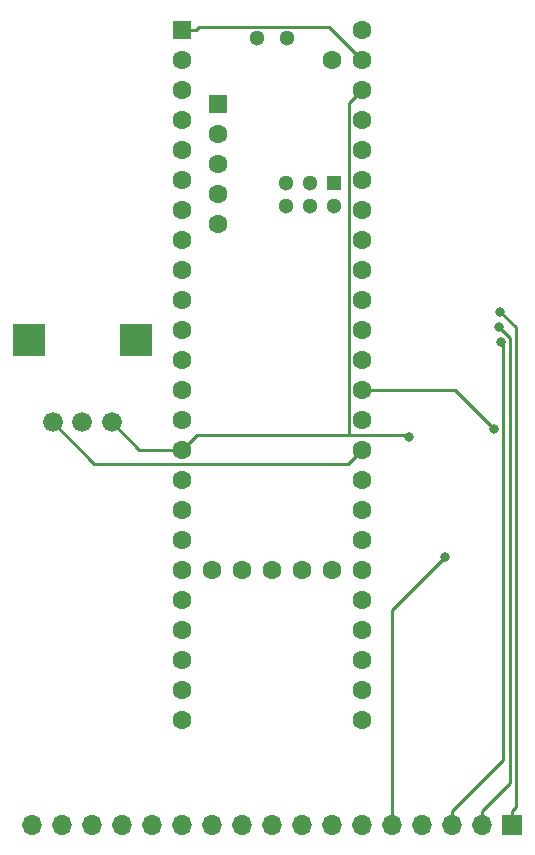
<source format=gbr>
%TF.GenerationSoftware,KiCad,Pcbnew,7.0.2-0*%
%TF.CreationDate,2023-11-12T18:20:12-05:00*%
%TF.ProjectId,Mux Module CD74HCT4067M,4d757820-4d6f-4647-956c-652043443734,rev?*%
%TF.SameCoordinates,Original*%
%TF.FileFunction,Copper,L2,Bot*%
%TF.FilePolarity,Positive*%
%FSLAX46Y46*%
G04 Gerber Fmt 4.6, Leading zero omitted, Abs format (unit mm)*
G04 Created by KiCad (PCBNEW 7.0.2-0) date 2023-11-12 18:20:12*
%MOMM*%
%LPD*%
G01*
G04 APERTURE LIST*
%TA.AperFunction,ComponentPad*%
%ADD10C,1.600000*%
%TD*%
%TA.AperFunction,ComponentPad*%
%ADD11R,1.600000X1.600000*%
%TD*%
%TA.AperFunction,ComponentPad*%
%ADD12R,1.300000X1.300000*%
%TD*%
%TA.AperFunction,ComponentPad*%
%ADD13C,1.300000*%
%TD*%
%TA.AperFunction,ComponentPad*%
%ADD14C,1.676400*%
%TD*%
%TA.AperFunction,ComponentPad*%
%ADD15R,2.800000X2.800000*%
%TD*%
%TA.AperFunction,ComponentPad*%
%ADD16R,1.700000X1.700000*%
%TD*%
%TA.AperFunction,ComponentPad*%
%ADD17O,1.700000X1.700000*%
%TD*%
%TA.AperFunction,ViaPad*%
%ADD18C,0.800000*%
%TD*%
%TA.AperFunction,Conductor*%
%ADD19C,0.250000*%
%TD*%
G04 APERTURE END LIST*
D10*
%TO.P,U1,49,VUSB*%
%TO.N,unconnected-(U1-VUSB-Pad49)*%
X154940000Y-29210000D03*
%TO.P,U1,59,GND*%
%TO.N,unconnected-(U1-GND-Pad59)*%
X145290800Y-43129200D03*
%TO.P,U1,58,GND*%
%TO.N,unconnected-(U1-GND-Pad58)*%
X145290800Y-40589200D03*
%TO.P,U1,57,D+*%
%TO.N,unconnected-(U1-D+-Pad57)*%
X145290800Y-38049200D03*
%TO.P,U1,56,D-*%
%TO.N,unconnected-(U1-D--Pad56)*%
X145290800Y-35509200D03*
D11*
%TO.P,U1,55,5V*%
%TO.N,unconnected-(U1-5V-Pad55)*%
X145290800Y-32969200D03*
D10*
%TO.P,U1,48,VIN*%
%TO.N,unconnected-(U1-VIN-Pad48)*%
X157480000Y-26670000D03*
%TO.P,U1,47,GND*%
%TO.N,GND*%
X157480000Y-29210000D03*
%TO.P,U1,46,3V3*%
%TO.N,+3.3V*%
X157480000Y-31750000D03*
%TO.P,U1,45,23_A9_CRX1_MCLK1*%
%TO.N,unconnected-(U1-23_A9_CRX1_MCLK1-Pad45)*%
X157480000Y-34290000D03*
%TO.P,U1,44,22_A8_CTX1*%
%TO.N,unconnected-(U1-22_A8_CTX1-Pad44)*%
X157480000Y-36830000D03*
%TO.P,U1,43,21_A7_RX5_BCLK1*%
%TO.N,unconnected-(U1-21_A7_RX5_BCLK1-Pad43)*%
X157480000Y-39370000D03*
%TO.P,U1,42,20_A6_TX5_LRCLK1*%
%TO.N,unconnected-(U1-20_A6_TX5_LRCLK1-Pad42)*%
X157480000Y-41910000D03*
%TO.P,U1,41,19_A5_SCL*%
%TO.N,unconnected-(U1-19_A5_SCL-Pad41)*%
X157480000Y-44450000D03*
%TO.P,U1,40,18_A4_SDA*%
%TO.N,unconnected-(U1-18_A4_SDA-Pad40)*%
X157480000Y-46990000D03*
%TO.P,U1,39,17_A3_TX4_SDA1*%
%TO.N,unconnected-(U1-17_A3_TX4_SDA1-Pad39)*%
X157480000Y-49530000D03*
%TO.P,U1,38,16_A2_RX4_SCL1*%
%TO.N,unconnected-(U1-16_A2_RX4_SCL1-Pad38)*%
X157480000Y-52070000D03*
%TO.P,U1,37,15_A1_RX3_SPDIF_IN*%
%TO.N,unconnected-(U1-15_A1_RX3_SPDIF_IN-Pad37)*%
X157480000Y-54610000D03*
%TO.P,U1,36,14_A0_TX3_SPDIF_OUT*%
%TO.N,Common I{slash}O*%
X157480000Y-57150000D03*
%TO.P,U1,35,13_SCK_LED*%
%TO.N,unconnected-(U1-13_SCK_LED-Pad35)*%
X157480000Y-59690000D03*
D11*
%TO.P,U1,1,GND*%
%TO.N,GND*%
X142240000Y-26670000D03*
D10*
%TO.P,U1,2,0_RX1_CRX2_CS1*%
%TO.N,S0*%
X142240000Y-29210000D03*
%TO.P,U1,3,1_TX1_CTX2_MISO1*%
%TO.N,S1*%
X142240000Y-31750000D03*
%TO.P,U1,4,2_OUT2*%
%TO.N,S2*%
X142240000Y-34290000D03*
%TO.P,U1,5,3_LRCLK2*%
%TO.N,S3*%
X142240000Y-36830000D03*
%TO.P,U1,6,4_BCLK2*%
%TO.N,unconnected-(U1-4_BCLK2-Pad6)*%
X142240000Y-39370000D03*
%TO.P,U1,7,5_IN2*%
%TO.N,unconnected-(U1-5_IN2-Pad7)*%
X142240000Y-41910000D03*
%TO.P,U1,8,6_OUT1D*%
%TO.N,unconnected-(U1-6_OUT1D-Pad8)*%
X142240000Y-44450000D03*
%TO.P,U1,9,7_RX2_OUT1A*%
%TO.N,unconnected-(U1-7_RX2_OUT1A-Pad9)*%
X142240000Y-46990000D03*
%TO.P,U1,10,8_TX2_IN1*%
%TO.N,unconnected-(U1-8_TX2_IN1-Pad10)*%
X142240000Y-49530000D03*
%TO.P,U1,11,9_OUT1C*%
%TO.N,unconnected-(U1-9_OUT1C-Pad11)*%
X142240000Y-52070000D03*
%TO.P,U1,12,10_CS_MQSR*%
%TO.N,unconnected-(U1-10_CS_MQSR-Pad12)*%
X142240000Y-54610000D03*
%TO.P,U1,13,11_MOSI_CTX1*%
%TO.N,unconnected-(U1-11_MOSI_CTX1-Pad13)*%
X142240000Y-57150000D03*
%TO.P,U1,34,GND*%
%TO.N,GND*%
X157480000Y-62230000D03*
%TO.P,U1,33,41_A17*%
%TO.N,unconnected-(U1-41_A17-Pad33)*%
X157480000Y-64770000D03*
%TO.P,U1,32,40_A16*%
%TO.N,unconnected-(U1-40_A16-Pad32)*%
X157480000Y-67310000D03*
%TO.P,U1,31,39_MISO1_OUT1A*%
%TO.N,unconnected-(U1-39_MISO1_OUT1A-Pad31)*%
X157480000Y-69850000D03*
%TO.P,U1,30,38_CS1_IN1*%
%TO.N,unconnected-(U1-38_CS1_IN1-Pad30)*%
X157480000Y-72390000D03*
%TO.P,U1,29,37_CS*%
%TO.N,unconnected-(U1-37_CS-Pad29)*%
X157480000Y-74930000D03*
%TO.P,U1,28,36_CS*%
%TO.N,unconnected-(U1-36_CS-Pad28)*%
X157480000Y-77470000D03*
%TO.P,U1,27,35_TX8*%
%TO.N,unconnected-(U1-35_TX8-Pad27)*%
X157480000Y-80010000D03*
%TO.P,U1,26,34_RX8*%
%TO.N,unconnected-(U1-34_RX8-Pad26)*%
X157480000Y-82550000D03*
%TO.P,U1,25,33_MCLK2*%
%TO.N,unconnected-(U1-33_MCLK2-Pad25)*%
X157480000Y-85090000D03*
%TO.P,U1,24,32_OUT1B*%
%TO.N,unconnected-(U1-32_OUT1B-Pad24)*%
X142240000Y-85090000D03*
%TO.P,U1,23,31_CTX3*%
%TO.N,unconnected-(U1-31_CTX3-Pad23)*%
X142240000Y-82550000D03*
%TO.P,U1,22,30_CRX3*%
%TO.N,unconnected-(U1-30_CRX3-Pad22)*%
X142240000Y-80010000D03*
%TO.P,U1,21,29_TX7*%
%TO.N,unconnected-(U1-29_TX7-Pad21)*%
X142240000Y-77470000D03*
%TO.P,U1,14,12_MISO_MQSL*%
%TO.N,unconnected-(U1-12_MISO_MQSL-Pad14)*%
X142240000Y-59690000D03*
%TO.P,U1,15,3V3*%
%TO.N,+3.3V*%
X142240000Y-62230000D03*
%TO.P,U1,16,24_A10_TX6_SCL2*%
%TO.N,unconnected-(U1-24_A10_TX6_SCL2-Pad16)*%
X142240000Y-64770000D03*
%TO.P,U1,20,28_RX7*%
%TO.N,unconnected-(U1-28_RX7-Pad20)*%
X142240000Y-74930000D03*
%TO.P,U1,19,27_A13_SCK1*%
%TO.N,unconnected-(U1-27_A13_SCK1-Pad19)*%
X142240000Y-72390000D03*
%TO.P,U1,18,26_A12_MOSI1*%
%TO.N,unconnected-(U1-26_A12_MOSI1-Pad18)*%
X142240000Y-69850000D03*
%TO.P,U1,17,25_A11_RX6_SDA2*%
%TO.N,unconnected-(U1-25_A11_RX6_SDA2-Pad17)*%
X142240000Y-67310000D03*
D12*
%TO.P,U1,60,R+*%
%TO.N,unconnected-(U1-R+-Pad60)*%
X155041600Y-39640000D03*
D13*
%TO.P,U1,65,R-*%
%TO.N,unconnected-(U1-R--Pad65)*%
X155041600Y-41640000D03*
%TO.P,U1,61,LED*%
%TO.N,unconnected-(U1-LED-Pad61)*%
X153041600Y-39640000D03*
%TO.P,U1,64,GND*%
%TO.N,unconnected-(U1-GND-Pad64)*%
X153041600Y-41640000D03*
%TO.P,U1,63,T+*%
%TO.N,unconnected-(U1-T+-Pad63)*%
X151041600Y-41640000D03*
%TO.P,U1,62,T-*%
%TO.N,unconnected-(U1-T--Pad62)*%
X151041600Y-39640000D03*
D10*
%TO.P,U1,50,VBAT*%
%TO.N,unconnected-(U1-VBAT-Pad50)*%
X144780000Y-72390000D03*
%TO.P,U1,51,3V3*%
%TO.N,unconnected-(U1-3V3-Pad51)*%
X147320000Y-72390000D03*
%TO.P,U1,52,GND*%
%TO.N,unconnected-(U1-GND-Pad52)*%
X149860000Y-72390000D03*
%TO.P,U1,53,PROGRAM*%
%TO.N,unconnected-(U1-PROGRAM-Pad53)*%
X152400000Y-72390000D03*
%TO.P,U1,54,ON_OFF*%
%TO.N,unconnected-(U1-ON_OFF-Pad54)*%
X154940000Y-72390000D03*
D13*
%TO.P,U1,67,D+*%
%TO.N,unconnected-(U1-D+-Pad67)*%
X148590000Y-27400000D03*
%TO.P,U1,66,D-*%
%TO.N,unconnected-(U1-D--Pad66)*%
X151130000Y-27400000D03*
%TD*%
D14*
%TO.P,R1,1,A*%
%TO.N,GND*%
X131277400Y-59932400D03*
%TO.P,R1,2,S*%
%TO.N,Net-(J2-Pin_17)*%
X133777400Y-59932400D03*
%TO.P,R1,3,E*%
%TO.N,+3.3V*%
X136277400Y-59932400D03*
D15*
%TO.P,R1,M1*%
%TO.N,N/C*%
X138277400Y-52932400D03*
%TO.P,R1,M2*%
X129277400Y-52932400D03*
%TD*%
D16*
%TO.P,J2,1,Pin_1*%
%TO.N,i0*%
X170180000Y-93980000D03*
D17*
%TO.P,J2,2,Pin_2*%
%TO.N,i1*%
X167640000Y-93980000D03*
%TO.P,J2,3,Pin_3*%
%TO.N,i2*%
X165100000Y-93980000D03*
%TO.P,J2,4,Pin_4*%
%TO.N,i3*%
X162560000Y-93980000D03*
%TO.P,J2,5,Pin_5*%
%TO.N,i4*%
X160020000Y-93980000D03*
%TO.P,J2,6,Pin_6*%
%TO.N,i5*%
X157480000Y-93980000D03*
%TO.P,J2,7,Pin_7*%
%TO.N,i6*%
X154940000Y-93980000D03*
%TO.P,J2,8,Pin_8*%
%TO.N,i7*%
X152400000Y-93980000D03*
%TO.P,J2,9,Pin_9*%
%TO.N,i8*%
X149860000Y-93980000D03*
%TO.P,J2,10,Pin_10*%
%TO.N,i9*%
X147320000Y-93980000D03*
%TO.P,J2,11,Pin_11*%
%TO.N,i10*%
X144780000Y-93980000D03*
%TO.P,J2,12,Pin_12*%
%TO.N,i11*%
X142240000Y-93980000D03*
%TO.P,J2,13,Pin_13*%
%TO.N,i12*%
X139700000Y-93980000D03*
%TO.P,J2,14,Pin_14*%
%TO.N,i13*%
X137160000Y-93980000D03*
%TO.P,J2,15,Pin_15*%
%TO.N,i14*%
X134620000Y-93980000D03*
%TO.P,J2,16,Pin_16*%
%TO.N,i15*%
X132080000Y-93980000D03*
%TO.P,J2,17,Pin_17*%
%TO.N,Net-(J2-Pin_17)*%
X129540000Y-93980000D03*
%TD*%
D18*
%TO.N,Common I{slash}O*%
X168622700Y-60472700D03*
%TO.N,+3.3V*%
X161430600Y-61163800D03*
%TO.N,i4*%
X164453100Y-71351900D03*
%TO.N,i2*%
X169220900Y-53131400D03*
%TO.N,i1*%
X169056700Y-51887700D03*
%TO.N,i0*%
X169159500Y-50582600D03*
%TD*%
D19*
%TO.N,Common I{slash}O*%
X165300000Y-57150000D02*
X168622700Y-60472700D01*
X157480000Y-57150000D02*
X165300000Y-57150000D01*
%TO.N,+3.3V*%
X156330500Y-32899500D02*
X157480000Y-31750000D01*
X156330500Y-60960000D02*
X156330500Y-32899500D01*
X143510000Y-60960000D02*
X156330500Y-60960000D01*
X142240000Y-62230000D02*
X143510000Y-60960000D01*
X161226800Y-60960000D02*
X161430600Y-61163800D01*
X156330500Y-60960000D02*
X161226800Y-60960000D01*
X138575000Y-62230000D02*
X142240000Y-62230000D01*
X136277400Y-59932400D02*
X138575000Y-62230000D01*
%TO.N,GND*%
X154694900Y-26424900D02*
X157480000Y-29210000D01*
X143610200Y-26424900D02*
X154694900Y-26424900D01*
X143365100Y-26670000D02*
X143610200Y-26424900D01*
X142240000Y-26670000D02*
X143365100Y-26670000D01*
X156289400Y-63420600D02*
X157480000Y-62230000D01*
X134765600Y-63420600D02*
X156289400Y-63420600D01*
X131277400Y-59932400D02*
X134765600Y-63420600D01*
%TO.N,i4*%
X160020000Y-75785000D02*
X164453100Y-71351900D01*
X160020000Y-93980000D02*
X160020000Y-75785000D01*
%TO.N,i2*%
X165100000Y-93980000D02*
X165100000Y-92804900D01*
X169396900Y-88508000D02*
X165100000Y-92804900D01*
X169396900Y-53307400D02*
X169396900Y-88508000D01*
X169220900Y-53131400D02*
X169396900Y-53307400D01*
%TO.N,i1*%
X169962700Y-52793700D02*
X169056700Y-51887700D01*
X169962700Y-90482200D02*
X169962700Y-52793700D01*
X167640000Y-92804900D02*
X169962700Y-90482200D01*
X167640000Y-93980000D02*
X167640000Y-92804900D01*
%TO.N,i0*%
X170180000Y-93980000D02*
X170180000Y-92804900D01*
X170458700Y-51881800D02*
X169159500Y-50582600D01*
X170458700Y-92526200D02*
X170458700Y-51881800D01*
X170180000Y-92804900D02*
X170458700Y-92526200D01*
%TD*%
M02*

</source>
